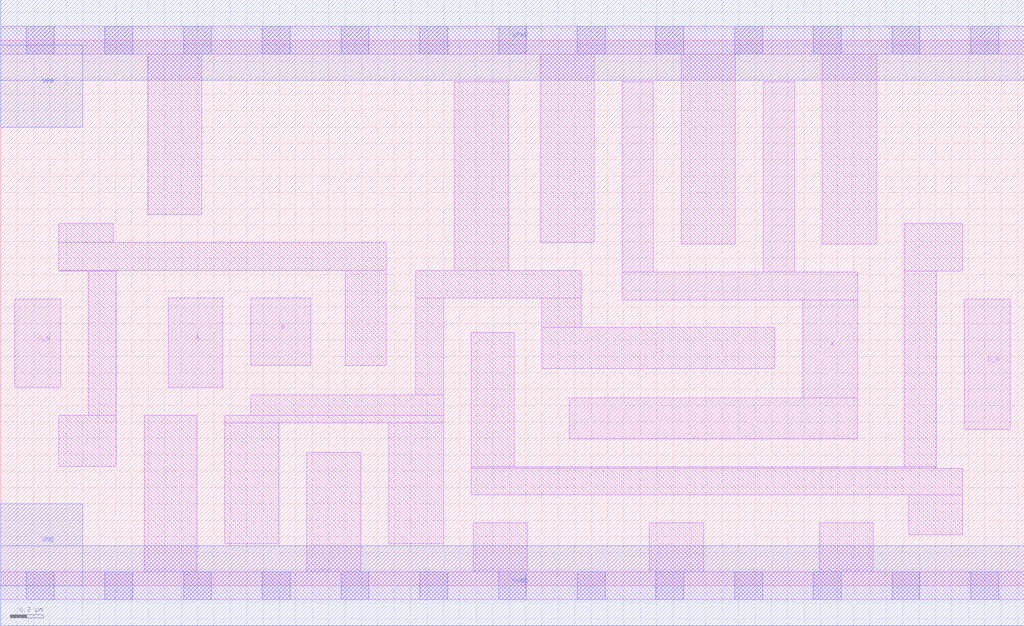
<source format=lef>
# Copyright 2020 The SkyWater PDK Authors
#
# Licensed under the Apache License, Version 2.0 (the "License");
# you may not use this file except in compliance with the License.
# You may obtain a copy of the License at
#
#     https://www.apache.org/licenses/LICENSE-2.0
#
# Unless required by applicable law or agreed to in writing, software
# distributed under the License is distributed on an "AS IS" BASIS,
# WITHOUT WARRANTIES OR CONDITIONS OF ANY KIND, either express or implied.
# See the License for the specific language governing permissions and
# limitations under the License.
#
# SPDX-License-Identifier: Apache-2.0

VERSION 5.5 ;
NAMESCASESENSITIVE ON ;
BUSBITCHARS "[]" ;
DIVIDERCHAR "/" ;
MACRO sky130_fd_sc_lp__or4bb_4
  CLASS CORE ;
  SOURCE USER ;
  ORIGIN  0.000000  0.000000 ;
  SIZE  6.240000 BY  3.330000 ;
  SYMMETRY X Y R90 ;
  SITE unit ;
  PIN A
    ANTENNAGATEAREA  0.315000 ;
    DIRECTION INPUT ;
    USE SIGNAL ;
    PORT
      LAYER li1 ;
        RECT 1.020000 1.210000 1.355000 1.755000 ;
    END
  END A
  PIN B
    ANTENNAGATEAREA  0.315000 ;
    DIRECTION INPUT ;
    USE SIGNAL ;
    PORT
      LAYER li1 ;
        RECT 1.525000 1.345000 1.890000 1.755000 ;
    END
  END B
  PIN C_N
    ANTENNAGATEAREA  0.126000 ;
    DIRECTION INPUT ;
    USE SIGNAL ;
    PORT
      LAYER li1 ;
        RECT 0.085000 1.210000 0.365000 1.750000 ;
    END
  END C_N
  PIN D_N
    ANTENNAGATEAREA  0.126000 ;
    DIRECTION INPUT ;
    USE SIGNAL ;
    PORT
      LAYER li1 ;
        RECT 5.875000 0.955000 6.155000 1.750000 ;
    END
  END D_N
  PIN X
    ANTENNADIFFAREA  1.176000 ;
    DIRECTION OUTPUT ;
    USE SIGNAL ;
    PORT
      LAYER li1 ;
        RECT 3.465000 0.895000 5.225000 1.145000 ;
        RECT 3.790000 1.745000 5.225000 1.915000 ;
        RECT 3.790000 1.915000 3.980000 3.075000 ;
        RECT 4.650000 1.915000 4.840000 3.075000 ;
        RECT 4.890000 1.145000 5.225000 1.745000 ;
    END
  END X
  PIN VGND
    DIRECTION INOUT ;
    USE GROUND ;
    PORT
      LAYER met1 ;
        RECT 0.000000 -0.245000 6.240000 0.245000 ;
    END
  END VGND
  PIN VNB
    DIRECTION INOUT ;
    USE GROUND ;
    PORT
    END
  END VNB
  PIN VPB
    DIRECTION INOUT ;
    USE POWER ;
    PORT
    END
  END VPB
  PIN VNB
    DIRECTION INOUT ;
    USE GROUND ;
    PORT
      LAYER met1 ;
        RECT 0.000000 0.000000 0.500000 0.500000 ;
    END
  END VNB
  PIN VPB
    DIRECTION INOUT ;
    USE POWER ;
    PORT
      LAYER met1 ;
        RECT 0.000000 2.800000 0.500000 3.300000 ;
    END
  END VPB
  PIN VPWR
    DIRECTION INOUT ;
    USE POWER ;
    PORT
      LAYER met1 ;
        RECT 0.000000 3.085000 6.240000 3.575000 ;
    END
  END VPWR
  OBS
    LAYER li1 ;
      RECT 0.000000 -0.085000 6.240000 0.085000 ;
      RECT 0.000000  3.245000 6.240000 3.415000 ;
      RECT 0.355000  0.730000 0.705000 1.040000 ;
      RECT 0.355000  1.920000 0.705000 1.925000 ;
      RECT 0.355000  1.925000 2.350000 2.095000 ;
      RECT 0.355000  2.095000 0.685000 2.210000 ;
      RECT 0.535000  1.040000 0.705000 1.920000 ;
      RECT 0.875000  0.085000 1.195000 1.040000 ;
      RECT 0.895000  2.265000 1.225000 3.245000 ;
      RECT 1.365000  0.255000 1.695000 0.995000 ;
      RECT 1.365000  0.995000 2.700000 1.040000 ;
      RECT 1.525000  1.040000 2.700000 1.165000 ;
      RECT 1.865000  0.085000 2.195000 0.815000 ;
      RECT 2.100000  1.345000 2.350000 1.925000 ;
      RECT 2.365000  0.255000 2.700000 0.995000 ;
      RECT 2.530000  1.165000 2.700000 1.755000 ;
      RECT 2.530000  1.755000 3.540000 1.925000 ;
      RECT 2.765000  1.925000 3.095000 3.075000 ;
      RECT 2.870000  0.555000 5.865000 0.715000 ;
      RECT 2.870000  0.715000 5.705000 0.725000 ;
      RECT 2.870000  0.725000 3.130000 1.545000 ;
      RECT 2.880000  0.085000 3.210000 0.385000 ;
      RECT 3.290000  2.095000 3.620000 3.245000 ;
      RECT 3.300000  1.325000 4.720000 1.575000 ;
      RECT 3.300000  1.575000 3.540000 1.755000 ;
      RECT 3.955000  0.085000 4.285000 0.385000 ;
      RECT 4.150000  2.085000 4.480000 3.245000 ;
      RECT 4.990000  0.085000 5.320000 0.385000 ;
      RECT 5.010000  2.085000 5.340000 3.245000 ;
      RECT 5.510000  0.725000 5.705000 1.920000 ;
      RECT 5.510000  1.920000 5.865000 2.210000 ;
      RECT 5.535000  0.310000 5.865000 0.555000 ;
    LAYER mcon ;
      RECT 0.155000 -0.085000 0.325000 0.085000 ;
      RECT 0.155000  3.245000 0.325000 3.415000 ;
      RECT 0.635000 -0.085000 0.805000 0.085000 ;
      RECT 0.635000  3.245000 0.805000 3.415000 ;
      RECT 1.115000 -0.085000 1.285000 0.085000 ;
      RECT 1.115000  3.245000 1.285000 3.415000 ;
      RECT 1.595000 -0.085000 1.765000 0.085000 ;
      RECT 1.595000  3.245000 1.765000 3.415000 ;
      RECT 2.075000 -0.085000 2.245000 0.085000 ;
      RECT 2.075000  3.245000 2.245000 3.415000 ;
      RECT 2.555000 -0.085000 2.725000 0.085000 ;
      RECT 2.555000  3.245000 2.725000 3.415000 ;
      RECT 3.035000 -0.085000 3.205000 0.085000 ;
      RECT 3.035000  3.245000 3.205000 3.415000 ;
      RECT 3.515000 -0.085000 3.685000 0.085000 ;
      RECT 3.515000  3.245000 3.685000 3.415000 ;
      RECT 3.995000 -0.085000 4.165000 0.085000 ;
      RECT 3.995000  3.245000 4.165000 3.415000 ;
      RECT 4.475000 -0.085000 4.645000 0.085000 ;
      RECT 4.475000  3.245000 4.645000 3.415000 ;
      RECT 4.955000 -0.085000 5.125000 0.085000 ;
      RECT 4.955000  3.245000 5.125000 3.415000 ;
      RECT 5.435000 -0.085000 5.605000 0.085000 ;
      RECT 5.435000  3.245000 5.605000 3.415000 ;
      RECT 5.915000 -0.085000 6.085000 0.085000 ;
      RECT 5.915000  3.245000 6.085000 3.415000 ;
  END
END sky130_fd_sc_lp__or4bb_4
END LIBRARY

</source>
